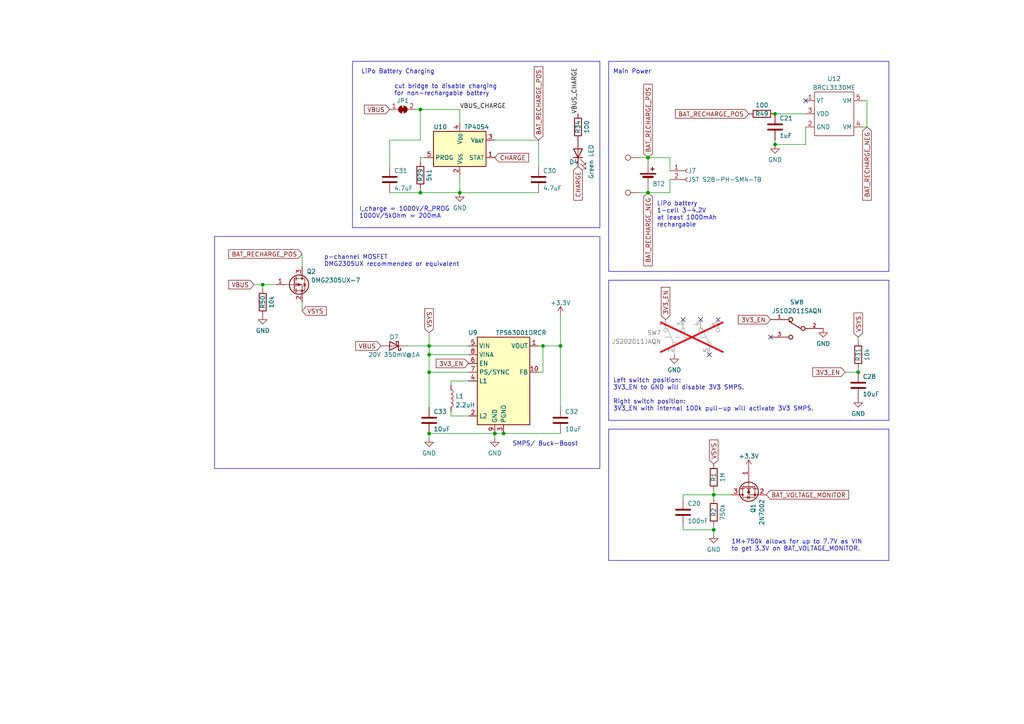
<source format=kicad_sch>
(kicad_sch (version 20230121) (generator eeschema)
  (paper "A4")
  (title_block (title "AWS IoT - Connected Product - Demo Badge 2023") (date "2023-08-22") (rev "1") (company "Amazon Web Services") (comment 1 "Thomas Kriechbaumer (thomkrie@amazon.com)") (comment 4 "https://github.com/aws-samples/aws-iot-connected-product-demo-badge"))
  (lib_symbols
    (symbol "Battery_Management:MCP73831-2-OT"
      (property "Reference" "U" (at -7.62 6.35 0))
      (property "Value" "MCP73831-2-OT" (at 1.27 6.35 0))
      (symbol "MCP73831-2-OT_0_1"
        (rectangle (start -7.62 5.08) (end 7.62 -5.08) (stroke (width 0.254)) (fill (type background)))
      )
      (symbol "MCP73831-2-OT_1_1"
        (pin output line (at 10.16 -2.54 180) (length 2.54) (name "STAT") (number "1"))
        (pin power_in line (at 0 -7.62 90) (length 2.54) (name "V_{SS}") (number "2"))
        (pin power_out line (at 10.16 2.54 180) (length 2.54) (name "V_{BAT}") (number "3"))
        (pin power_in line (at 0 7.62 270) (length 2.54) (name "V_{DD}") (number "4"))
        (pin input line (at -10.16 -2.54 0) (length 2.54) (name "PROG") (number "5"))
      )
    )
    (symbol "Connector:Conn_01x02_Socket" (pin_names (offset 1.016) hide)
      (property "Reference" "J" (at 0 2.54 0))
      (property "Value" "Conn_01x02_Socket" (at 0 -5.08 0))
      (symbol "Conn_01x02_Socket_1_1"
        (arc (start 0 -2.032) (mid -0.5058 -2.54) (end 0 -3.048) (stroke (width 0.1524)))
        (polyline (pts (xy -1.27 -2.54) (xy -0.508 -2.54)) (stroke (width 0.1524)))
        (polyline (pts (xy -1.27 0) (xy -0.508 0)) (stroke (width 0.1524)))
        (arc (start 0 0.508) (mid -0.5058 0) (end 0 -0.508) (stroke (width 0.1524)))
        (pin passive line (at -5.08 0 0) (length 3.81) (name "Pin_1") (number "1"))
        (pin passive line (at -5.08 -2.54 0) (length 3.81) (name "Pin_2") (number "2"))
      )
    )
    (symbol "Connector:TestPoint" (pin_numbers hide) (pin_names (offset 0.762) hide)
      (property "Reference" "TP" (at 0 6.858 0))
      (property "Value" "TestPoint" (at 0 5.08 0))
      (symbol "TestPoint_0_1"
        (circle (center 0 3.302) (radius 0.762))
      )
      (symbol "TestPoint_1_1"
        (pin passive line (at 0 0 90) (length 2.54) (name "1") (number "1"))
      )
    )
    (symbol "Device:Battery_Cell" (pin_numbers hide) (pin_names (offset 0) hide)
      (property "Reference" "BT" (at 2.54 2.54 0))
      (property "Value" "Battery_Cell" (at 2.54 0 0))
      (symbol "Battery_Cell_0_1"
        (rectangle (start -2.286 1.778) (end 2.286 1.524) (fill (type outline)))
        (rectangle (start -1.524 1.016) (end 1.524 0.508) (fill (type outline)))
        (polyline (pts (xy 0 0.762) (xy 0 0)))
        (polyline (pts (xy 0 1.778) (xy 0 2.54)))
        (polyline (pts (xy 0.762 3.048) (xy 1.778 3.048)) (stroke (width 0.254)))
        (polyline (pts (xy 1.27 3.556) (xy 1.27 2.54)) (stroke (width 0.254)))
      )
      (symbol "Battery_Cell_1_1"
        (pin passive line (at 0 5.08 270) (length 2.54) (name "+") (number "1"))
        (pin passive line (at 0 -2.54 90) (length 2.54) (name "-") (number "2"))
      )
    )
    (symbol "Device:C" (pin_numbers hide) (pin_names (offset 0.254))
      (property "Reference" "C" (at 0.635 2.54 0))
      (property "Value" "C" (at 0.635 -2.54 0))
      (symbol "C_0_1"
        (polyline (pts (xy -2.032 -0.762) (xy 2.032 -0.762)) (stroke (width 0.508)))
        (polyline (pts (xy -2.032 0.762) (xy 2.032 0.762)) (stroke (width 0.508)))
      )
      (symbol "C_1_1"
        (pin passive line (at 0 3.81 270) (length 2.794) (name "~") (number "1"))
        (pin passive line (at 0 -3.81 90) (length 2.794) (name "~") (number "2"))
      )
    )
    (symbol "Device:D_Schottky" (pin_numbers hide) (pin_names (offset 1.016) hide)
      (property "Reference" "D" (at 0 2.54 0))
      (property "Value" "D_Schottky" (at 0 -2.54 0))
      (symbol "D_Schottky_0_1"
        (polyline (pts (xy 1.27 0) (xy -1.27 0)))
        (polyline (pts (xy 1.27 1.27) (xy 1.27 -1.27) (xy -1.27 0) (xy 1.27 1.27)) (stroke (width 0.254)))
        (polyline (pts (xy -1.905 0.635) (xy -1.905 1.27) (xy -1.27 1.27) (xy -1.27 -1.27) (xy -0.635 -1.27) (xy -0.635 -0.635)) (stroke (width 0.254)))
      )
      (symbol "D_Schottky_1_1"
        (pin passive line (at -3.81 0 0) (length 2.54) (name "K") (number "1"))
        (pin passive line (at 3.81 0 180) (length 2.54) (name "A") (number "2"))
      )
    )
    (symbol "Device:L" (pin_numbers hide) (pin_names (offset 1.016) hide)
      (property "Reference" "L" (at -1.27 0 90))
      (property "Value" "L" (at 1.905 0 90))
      (symbol "L_0_1"
        (arc (start 0 -2.54) (mid 0.6323 -1.905) (end 0 -1.27))
        (arc (start 0 -1.27) (mid 0.6323 -0.635) (end 0 0))
        (arc (start 0 0) (mid 0.6323 0.635) (end 0 1.27))
        (arc (start 0 1.27) (mid 0.6323 1.905) (end 0 2.54))
      )
      (symbol "L_1_1"
        (pin passive line (at 0 3.81 270) (length 1.27) (name "1") (number "1"))
        (pin passive line (at 0 -3.81 90) (length 1.27) (name "2") (number "2"))
      )
    )
    (symbol "Device:LED" (pin_numbers hide) (pin_names (offset 1.016) hide)
      (property "Reference" "D" (at 0 2.54 0))
      (property "Value" "LED" (at 0 -2.54 0))
      (symbol "LED_0_1"
        (polyline (pts (xy -1.27 -1.27) (xy -1.27 1.27)) (stroke (width 0.254)))
        (polyline (pts (xy -1.27 0) (xy 1.27 0)))
        (polyline (pts (xy 1.27 -1.27) (xy 1.27 1.27) (xy -1.27 0) (xy 1.27 -1.27)) (stroke (width 0.254)))
        (polyline (pts (xy -3.048 -0.762) (xy -4.572 -2.286) (xy -3.81 -2.286) (xy -4.572 -2.286) (xy -4.572 -1.524)))
        (polyline (pts (xy -1.778 -0.762) (xy -3.302 -2.286) (xy -2.54 -2.286) (xy -3.302 -2.286) (xy -3.302 -1.524)))
      )
      (symbol "LED_1_1"
        (pin passive line (at -3.81 0 0) (length 2.54) (name "K") (number "1"))
        (pin passive line (at 3.81 0 180) (length 2.54) (name "A") (number "2"))
      )
    )
    (symbol "Device:R" (pin_numbers hide) (pin_names (offset 0))
      (property "Reference" "R" (at 2.032 0 90))
      (property "Value" "R" (at 0 0 90))
      (symbol "R_0_1"
        (rectangle (start -1.016 -2.54) (end 1.016 2.54) (stroke (width 0.254)))
      )
      (symbol "R_1_1"
        (pin passive line (at 0 3.81 270) (length 1.27) (name "~") (number "1"))
        (pin passive line (at 0 -3.81 90) (length 1.27) (name "~") (number "2"))
      )
    )
    (symbol "JS102011SAQN:JS102011SAQN" (pin_names (offset 1.016))
      (property "Reference" "S" (at -7.6229 5.0819 0))
      (property "Value" "JS102011SAQN" (at -7.6286 -5.0857 0))
      (symbol "JS102011SAQN_0_0"
        (circle (center -1.778 -2.54) (radius 0.568) (stroke (width 0.254)))
        (circle (center -1.778 2.54) (radius 0.568) (stroke (width 0.254)))
        (polyline (pts (xy 1.016 0) (xy -2.286 2.032)) (stroke (width 0.254)))
        (circle (center 1.778 0) (radius 0.568) (stroke (width 0.254)))
        (pin passive line (at -7.62 2.54 0) (length 5.08) (name "~") (number "1"))
        (pin passive line (at 7.62 0 180) (length 5.08) (name "~") (number "2"))
        (pin passive line (at -7.62 -2.54 0) (length 5.08) (name "~") (number "3"))
      )
    )
    (symbol "Jumper:SolderJumper_2_Bridged" (pin_names (offset 0) hide)
      (property "Reference" "JP" (at 0 2.032 0))
      (property "Value" "SolderJumper_2_Bridged" (at 0 -2.54 0))
      (symbol "SolderJumper_2_Bridged_0_1"
        (rectangle (start -0.508 0.508) (end 0.508 -0.508) (fill (type outline)))
        (arc (start -0.254 1.016) (mid -1.2656 0) (end -0.254 -1.016))
        (arc (start -0.254 1.016) (mid -1.2656 0) (end -0.254 -1.016) (fill (type outline)))
        (polyline (pts (xy -0.254 1.016) (xy -0.254 -1.016)))
        (polyline (pts (xy 0.254 1.016) (xy 0.254 -1.016)))
        (arc (start 0.254 -1.016) (mid 1.2656 0) (end 0.254 1.016))
        (arc (start 0.254 -1.016) (mid 1.2656 0) (end 0.254 1.016) (fill (type outline)))
      )
      (symbol "SolderJumper_2_Bridged_1_1"
        (pin passive line (at -3.81 0 0) (length 2.54) (name "A") (number "1"))
        (pin passive line (at 3.81 0 180) (length 2.54) (name "B") (number "2"))
      )
    )
    (symbol "Regulator_Switching:TPS63001"
      (property "Reference" "U" (at -7.62 13.97 0))
      (property "Value" "TPS63001" (at 5.08 13.97 0))
      (symbol "TPS63001_0_1"
        (rectangle (start -7.62 12.7) (end 7.62 -12.7) (stroke (width 0.254)) (fill (type background)))
      )
      (symbol "TPS63001_1_1"
        (pin power_out line (at 10.16 10.16 180) (length 2.54) (name "VOUT") (number "1"))
        (pin input line (at 10.16 2.54 180) (length 2.54) (name "FB") (number "10"))
        (pin passive line (at 0 -15.24 90) (length 2.54) hide (name "PGND") (number "11"))
        (pin input line (at -10.16 -10.16 0) (length 2.54) (name "L2") (number "2"))
        (pin power_in line (at 0 -15.24 90) (length 2.54) (name "PGND") (number "3"))
        (pin input line (at -10.16 0 0) (length 2.54) (name "L1") (number "4"))
        (pin power_in line (at -10.16 10.16 0) (length 2.54) (name "VIN") (number "5"))
        (pin input line (at -10.16 5.08 0) (length 2.54) (name "EN") (number "6"))
        (pin input line (at -10.16 2.54 0) (length 2.54) (name "PS/SYNC") (number "7"))
        (pin power_in line (at -10.16 7.62 0) (length 2.54) (name "VINA") (number "8"))
        (pin power_in line (at -2.54 -15.24 90) (length 2.54) (name "GND") (number "9"))
      )
    )
    (symbol "Switch:SW_Push_DPDT" (pin_names (offset 0) hide)
      (property "Reference" "SW" (at 0 8.89 0))
      (property "Value" "SW_Push_DPDT" (at 0 -10.16 0))
      (symbol "SW_Push_DPDT_0_0"
        (circle (center -2.032 -5.08) (radius 0.508))
        (circle (center -2.032 5.08) (radius 0.508))
        (circle (center 2.032 -7.62) (radius 0.508))
        (circle (center 2.032 2.54) (radius 0.508))
      )
      (symbol "SW_Push_DPDT_0_1"
        (polyline (pts (xy -1.524 -4.826) (xy 2.54 -3.048)))
        (polyline (pts (xy -1.524 5.334) (xy 2.54 7.112)))
        (polyline (pts (xy 0 -2.286) (xy 0 -4.064)))
        (polyline (pts (xy 0 -1.016) (xy 0 0)))
        (polyline (pts (xy 0 1.27) (xy 0 2.286)))
        (polyline (pts (xy 0 3.556) (xy 0 4.572)))
        (polyline (pts (xy 0 7.874) (xy 0 6.096)))
        (circle (center 2.032 -2.54) (radius 0.508))
        (circle (center 2.032 7.62) (radius 0.508))
      )
      (symbol "SW_Push_DPDT_1_1"
        (pin passive line (at 5.08 7.62 180) (length 2.54) (name "A") (number "1"))
        (pin passive line (at -5.08 5.08 0) (length 2.54) (name "B") (number "2"))
        (pin passive line (at 5.08 2.54 180) (length 2.54) (name "C") (number "3"))
        (pin passive line (at 5.08 -2.54 180) (length 2.54) (name "A") (number "4"))
        (pin passive line (at -5.08 -5.08 0) (length 2.54) (name "B") (number "5"))
        (pin passive line (at 5.08 -7.62 180) (length 2.54) (name "C") (number "6"))
      )
    )
    (symbol "Transistor_FET:2N7002" (pin_names hide)
      (property "Reference" "Q" (at 5.08 1.905 0))
      (property "Value" "2N7002" (at 5.08 0 0))
      (symbol "2N7002_0_1"
        (polyline (pts (xy 0.254 0) (xy -2.54 0)))
        (polyline (pts (xy 0.254 1.905) (xy 0.254 -1.905)) (stroke (width 0.254)))
        (polyline (pts (xy 0.762 -1.27) (xy 0.762 -2.286)) (stroke (width 0.254)))
        (polyline (pts (xy 0.762 0.508) (xy 0.762 -0.508)) (stroke (width 0.254)))
        (polyline (pts (xy 0.762 2.286) (xy 0.762 1.27)) (stroke (width 0.254)))
        (polyline (pts (xy 2.54 2.54) (xy 2.54 1.778)))
        (polyline (pts (xy 2.54 -2.54) (xy 2.54 0) (xy 0.762 0)))
        (polyline (pts (xy 0.762 -1.778) (xy 3.302 -1.778) (xy 3.302 1.778) (xy 0.762 1.778)))
        (polyline (pts (xy 1.016 0) (xy 2.032 0.381) (xy 2.032 -0.381) (xy 1.016 0)) (fill (type outline)))
        (polyline (pts (xy 2.794 0.508) (xy 2.921 0.381) (xy 3.683 0.381) (xy 3.81 0.254)))
        (polyline (pts (xy 3.302 0.381) (xy 2.921 -0.254) (xy 3.683 -0.254) (xy 3.302 0.381)))
        (circle (center 1.651 0) (radius 2.794) (stroke (width 0.254)))
        (circle (center 2.54 -1.778) (radius 0.254) (fill (type outline)))
        (circle (center 2.54 1.778) (radius 0.254) (fill (type outline)))
      )
      (symbol "2N7002_1_1"
        (pin input line (at -5.08 0 0) (length 2.54) (name "G") (number "1"))
        (pin passive line (at 2.54 -5.08 90) (length 2.54) (name "S") (number "2"))
        (pin passive line (at 2.54 5.08 270) (length 2.54) (name "D") (number "3"))
      )
    )
    (symbol "Transistor_FET:DMG2301L" (pin_names hide)
      (property "Reference" "Q" (at 5.08 1.905 0))
      (property "Value" "DMG2301L" (at 5.08 0 0))
      (symbol "DMG2301L_0_1"
        (polyline (pts (xy 0.254 0) (xy -2.54 0)))
        (polyline (pts (xy 0.254 1.905) (xy 0.254 -1.905)) (stroke (width 0.254)))
        (polyline (pts (xy 0.762 -1.27) (xy 0.762 -2.286)) (stroke (width 0.254)))
        (polyline (pts (xy 0.762 0.508) (xy 0.762 -0.508)) (stroke (width 0.254)))
        (polyline (pts (xy 0.762 2.286) (xy 0.762 1.27)) (stroke (width 0.254)))
        (polyline (pts (xy 2.54 2.54) (xy 2.54 1.778)))
        (polyline (pts (xy 2.54 -2.54) (xy 2.54 0) (xy 0.762 0)))
        (polyline (pts (xy 0.762 1.778) (xy 3.302 1.778) (xy 3.302 -1.778) (xy 0.762 -1.778)))
        (polyline (pts (xy 2.286 0) (xy 1.27 0.381) (xy 1.27 -0.381) (xy 2.286 0)) (fill (type outline)))
        (polyline (pts (xy 2.794 -0.508) (xy 2.921 -0.381) (xy 3.683 -0.381) (xy 3.81 -0.254)))
        (polyline (pts (xy 3.302 -0.381) (xy 2.921 0.254) (xy 3.683 0.254) (xy 3.302 -0.381)))
        (circle (center 1.651 0) (radius 2.794) (stroke (width 0.254)))
        (circle (center 2.54 -1.778) (radius 0.254) (fill (type outline)))
        (circle (center 2.54 1.778) (radius 0.254) (fill (type outline)))
      )
      (symbol "DMG2301L_1_1"
        (pin input line (at -5.08 0 0) (length 2.54) (name "G") (number "1"))
        (pin passive line (at 2.54 -5.08 90) (length 2.54) (name "S") (number "2"))
        (pin passive line (at 2.54 5.08 270) (length 2.54) (name "D") (number "3"))
      )
    )
    (symbol "demo-badge-2023:BRCL3130ME"
      (property "Reference" "U" (at 0 0 0))
      (property "Value" "BRCL3130ME" (at 0 0 0))
      (symbol "BRCL3130ME_0_1"
        (rectangle (start -6.35 -6.35) (end 5.08 -19.05))
      )
      (symbol "BRCL3130ME_1_1"
        (pin input line (at -8.89 -8.89 0) (length 2.54) (name "VT") (number "1"))
        (pin input line (at -8.89 -16.51 0) (length 2.54) (name "GND") (number "2"))
        (pin input line (at -8.89 -12.7 0) (length 2.54) (name "VDD") (number "3"))
        (pin input line (at 7.62 -16.51 180) (length 2.54) (name "VM") (number "4"))
        (pin input line (at 7.62 -8.89 180) (length 2.54) (name "VM") (number "5"))
      )
    )
    (symbol "power:+3.3V" (power) (pin_names (offset 0))
      (property "Value" "+3.3V" (at 0 3.556 0))
      (symbol "+3.3V_0_1"
        (polyline (pts (xy -0.762 1.27) (xy 0 2.54)))
        (polyline (pts (xy 0 0) (xy 0 2.54)))
        (polyline (pts (xy 0 2.54) (xy 0.762 1.27)))
      )
      (symbol "+3.3V_1_1"
        (pin power_in line (at 0 0 90) (length 0) hide (name "+3.3V") (number "1"))
      )
    )
    (symbol "power:GND" (power) (pin_names (offset 0))
      (property "Value" "GND" (at 0 -3.81 0))
      (symbol "GND_0_1"
        (polyline (pts (xy 0 0) (xy 0 -1.27) (xy 1.27 -1.27) (xy 0 -2.54) (xy -1.27 -1.27) (xy 0 -1.27)))
      )
      (symbol "GND_1_1"
        (pin power_in line (at 0 0 270) (length 0) hide (name "GND") (number "1"))
      )
    )
  )
  (junction (at 157.48 100.33))
  (junction (at 124.46 125.73))
  (junction (at 162.56 100.33))
  (junction (at 187.96 55.88))
  (junction (at 187.96 45.72))
  (junction (at 121.92 31.75))
  (junction (at 124.46 107.95))
  (junction (at 76.2 82.55))
  (junction (at 121.92 55.88))
  (junction (at 146.05 125.73))
  (junction (at 207.01 153.67))
  (junction (at 143.51 125.73))
  (junction (at 124.46 100.33))
  (junction (at 207.01 143.51))
  (junction (at 248.92 107.95))
  (junction (at 224.79 41.91))
  (junction (at 124.46 102.87))
  (junction (at 224.79 33.02))
  (junction (at 133.35 55.88))
  (no_connect (at 233.68 29.21))
  (no_connect (at 208.28 92.71))
  (no_connect (at 205.74 102.87))
  (no_connect (at 203.2 92.71))
  (no_connect (at 198.12 92.71))
  (no_connect (at 223.52 97.79))
  (wire (pts (xy 113.03 55.88) (xy 121.92 55.88)))
  (wire (pts (xy 187.96 45.72) (xy 194.31 45.72)))
  (wire (pts (xy 121.92 55.88) (xy 121.92 54.61)))
  (wire (pts (xy 124.46 102.87) (xy 124.46 107.95)))
  (wire (pts (xy 76.2 83.82) (xy 76.2 82.55)))
  (wire (pts (xy 130.81 111.76) (xy 130.81 110.49)))
  (wire (pts (xy 121.92 55.88) (xy 133.35 55.88)))
  (wire (pts (xy 130.81 110.49) (xy 135.89 110.49)))
  (wire (pts (xy 124.46 96.52) (xy 124.46 100.33)))
  (wire (pts (xy 113.03 48.26) (xy 113.03 40.64)))
  (wire (pts (xy 194.31 52.07) (xy 194.31 55.88)))
  (wire (pts (xy 113.03 40.64) (xy 121.92 40.64)))
  (wire (pts (xy 156.21 107.95) (xy 157.48 107.95)))
  (wire (pts (xy 157.48 100.33) (xy 162.56 100.33)))
  (wire (pts (xy 224.79 33.02) (xy 233.68 33.02)))
  (wire (pts (xy 207.01 153.67) (xy 207.01 152.4)))
  (wire (pts (xy 198.12 153.67) (xy 207.01 153.67)))
  (wire (pts (xy 245.11 107.95) (xy 248.92 107.95)))
  (wire (pts (xy 198.12 152.4) (xy 198.12 153.67)))
  (wire (pts (xy 185.42 45.72) (xy 187.96 45.72)))
  (wire (pts (xy 198.12 143.51) (xy 198.12 144.78)))
  (wire (pts (xy 156.21 100.33) (xy 157.48 100.33)))
  (wire (pts (xy 194.31 49.53) (xy 194.31 45.72)))
  (wire (pts (xy 121.92 40.64) (xy 121.92 31.75)))
  (wire (pts (xy 251.46 36.83) (xy 250.19 36.83)))
  (wire (pts (xy 87.63 73.66) (xy 87.63 77.47)))
  (wire (pts (xy 133.35 50.8) (xy 133.35 55.88)))
  (wire (pts (xy 143.51 127) (xy 143.51 125.73)))
  (wire (pts (xy 251.46 29.21) (xy 251.46 36.83)))
  (wire (pts (xy 121.92 31.75) (xy 133.35 31.75)))
  (polyline (pts (xy 257.81 81.28) (xy 176.53 81.28)))
  (wire (pts (xy 187.96 55.88) (xy 194.31 55.88)))
  (wire (pts (xy 120.65 31.75) (xy 121.92 31.75)))
  (wire (pts (xy 248.92 107.95) (xy 248.92 106.68)))
  (wire (pts (xy 124.46 107.95) (xy 124.46 118.11)))
  (wire (pts (xy 73.66 82.55) (xy 76.2 82.55)))
  (wire (pts (xy 124.46 107.95) (xy 135.89 107.95)))
  (wire (pts (xy 207.01 143.51) (xy 212.09 143.51)))
  (wire (pts (xy 248.92 97.79) (xy 248.92 99.06)))
  (wire (pts (xy 157.48 100.33) (xy 157.48 107.95)))
  (wire (pts (xy 87.63 90.17) (xy 87.63 87.63)))
  (wire (pts (xy 207.01 142.24) (xy 207.01 143.51)))
  (wire (pts (xy 124.46 125.73) (xy 143.51 125.73)))
  (wire (pts (xy 162.56 125.73) (xy 146.05 125.73)))
  (wire (pts (xy 130.81 120.65) (xy 130.81 119.38)))
  (wire (pts (xy 233.68 41.91) (xy 224.79 41.91)))
  (polyline (pts (xy 257.81 121.92) (xy 257.81 81.28)))
  (wire (pts (xy 224.79 40.64) (xy 224.79 41.91)))
  (wire (pts (xy 121.92 45.72) (xy 123.19 45.72)))
  (wire (pts (xy 156.21 55.88) (xy 133.35 55.88)))
  (wire (pts (xy 207.01 154.94) (xy 207.01 153.67)))
  (wire (pts (xy 143.51 125.73) (xy 146.05 125.73)))
  (wire (pts (xy 162.56 118.11) (xy 162.56 100.33)))
  (wire (pts (xy 135.89 120.65) (xy 130.81 120.65)))
  (wire (pts (xy 187.96 54.61) (xy 187.96 55.88)))
  (wire (pts (xy 198.12 143.51) (xy 207.01 143.51)))
  (wire (pts (xy 121.92 45.72) (xy 121.92 46.99)))
  (wire (pts (xy 162.56 91.44) (xy 162.56 100.33)))
  (polyline (pts (xy 176.53 81.28) (xy 176.53 121.92)))
  (wire (pts (xy 124.46 102.87) (xy 135.89 102.87)))
  (wire (pts (xy 124.46 127) (xy 124.46 125.73)))
  (wire (pts (xy 156.21 48.26) (xy 156.21 40.64)))
  (wire (pts (xy 250.19 29.21) (xy 251.46 29.21)))
  (wire (pts (xy 207.01 143.51) (xy 207.01 144.78)))
  (wire (pts (xy 133.35 31.75) (xy 133.35 35.56)))
  (wire (pts (xy 124.46 100.33) (xy 124.46 102.87)))
  (wire (pts (xy 118.11 100.33) (xy 124.46 100.33)))
  (wire (pts (xy 124.46 100.33) (xy 135.89 100.33)))
  (wire (pts (xy 187.96 45.72) (xy 187.96 46.99)))
  (polyline (pts (xy 176.53 121.92) (xy 257.81 121.92)))
  (wire (pts (xy 156.21 40.64) (xy 143.51 40.64)))
  (wire (pts (xy 185.42 55.88) (xy 187.96 55.88)))
  (wire (pts (xy 76.2 82.55) (xy 80.01 82.55)))
  (wire (pts (xy 233.68 36.83) (xy 233.68 41.91)))
  (rectangle (start 62.23 68.58) (end 173.99 135.89))
  (rectangle (start 176.53 124.46) (end 257.81 162.56))
  (rectangle (start 102.235 17.78) (end 173.99 66.04))
  (rectangle (start 176.53 17.78) (end 257.81 78.74))
  (text "1M+750k allows for up to 7.7V as VIN\nto get 3.3V on BAT_VOLTAGE_MONITOR." (at 212.09 160.02 0) (effects (font (size 1.27 1.27)) (justify left bottom)))
  (text "LiPo battery\n1-cell 3-4.2V\nat least 1000mAh\nrechargable" (at 190.5 66.04 0) (effects (font (size 1.27 1.27)) (justify left bottom)))
  (text "I_charge = 1000V/R_PROG\n1000V/5kOhm = 200mA" (at 104.14 63.5 0) (effects (font (size 1.27 1.27)) (justify left bottom)))
  (text "LiPo Battery Charging" (at 104.775 21.59 0) (effects (font (size 1.27 1.27)) (justify left bottom)))
  (text "Left switch position:\n3V3_EN to GND will disable 3V3 SMPS.\n\nRight switch position:\n3V3_EN with internal 100k pull-up will activate 3V3 SMPS." (at 177.8 119.38 0) (effects (font (size 1.27 1.27)) (justify left bottom)))
  (text "p-channel MOSFET\nDMG2305UX recommended or equivalent" (at 93.98 77.47 0) (effects (font (size 1.27 1.27)) (justify left bottom)))
  (text "cut bridge to disable charging\nfor non-rechargable battery" (at 114.3 27.94 0) (effects (font (size 1.27 1.27)) (justify left bottom)))
  (text "Main Power" (at 177.8 21.59 0) (effects (font (size 1.27 1.27)) (justify left bottom)))
  (text "SMPS/ Buck-Boost" (at 148.59 129.54 0) (effects (font (size 1.27 1.27)) (justify left bottom)))
  (label "VBUS_CHARGE" (at 167.64 33.02 90))
  (label "VBUS_CHARGE" (at 133.35 31.75 0))
  (global_label "VSYS" (shape input) (at 124.46 96.52 90) (property "Intersheetrefs" "${INTERSHEET_REFS}" (effects hide)))
  (global_label "BAT_RECHARGE_NEG" (shape input) (at 251.46 36.83 270) (property "Intersheetrefs" "${INTERSHEET_REFS}" (effects hide)))
  (global_label "BAT_VOLTAGE_MONITOR" (shape input) (at 222.25 143.51 0) (property "Intersheetrefs" "${INTERSHEET_REFS}" (effects hide)))
  (global_label "VBUS" (shape input) (at 73.66 82.55 180) (property "Intersheetrefs" "${INTERSHEET_REFS}" (effects hide)))
  (global_label "VBUS" (shape input) (at 113.03 31.75 180) (property "Intersheetrefs" "${INTERSHEET_REFS}" (effects hide)))
  (global_label "BAT_RECHARGE_POS" (shape input) (at 187.96 45.72 90) (property "Intersheetrefs" "${INTERSHEET_REFS}" (effects hide)))
  (global_label "BAT_RECHARGE_POS" (shape input) (at 156.21 40.64 90) (property "Intersheetrefs" "${INTERSHEET_REFS}" (effects hide)))
  (global_label "VSYS" (shape input) (at 248.92 97.79 90) (property "Intersheetrefs" "${INTERSHEET_REFS}" (effects hide)))
  (global_label "3V3_EN" (shape input) (at 193.04 92.71 90) (property "Intersheetrefs" "${INTERSHEET_REFS}" (effects hide)))
  (global_label "BAT_RECHARGE_POS" (shape input) (at 217.17 33.02 180) (property "Intersheetrefs" "${INTERSHEET_REFS}" (effects hide)))
  (global_label "VSYS" (shape input) (at 87.63 90.17 0) (property "Intersheetrefs" "${INTERSHEET_REFS}" (effects hide)))
  (global_label "CHARGE" (shape input) (at 167.64 48.26 270) (property "Intersheetrefs" "${INTERSHEET_REFS}" (effects hide)))
  (global_label "3V3_EN" (shape input) (at 223.52 92.71 180) (property "Intersheetrefs" "${INTERSHEET_REFS}" (effects hide)))
  (global_label "3V3_EN" (shape input) (at 245.11 107.95 180) (property "Intersheetrefs" "${INTERSHEET_REFS}" (effects hide)))
  (global_label "CHARGE" (shape input) (at 143.51 45.72 0) (property "Intersheetrefs" "${INTERSHEET_REFS}" (effects hide)))
  (global_label "VSYS" (shape input) (at 207.01 134.62 90) (property "Intersheetrefs" "${INTERSHEET_REFS}" (effects hide)))
  (global_label "3V3_EN" (shape input) (at 135.89 105.41 180) (property "Intersheetrefs" "${INTERSHEET_REFS}" (effects hide)))
  (global_label "VBUS" (shape input) (at 110.49 100.33 180) (property "Intersheetrefs" "${INTERSHEET_REFS}" (effects hide)))
  (global_label "BAT_RECHARGE_POS" (shape input) (at 87.63 73.66 180) (property "Intersheetrefs" "${INTERSHEET_REFS}" (effects hide)))
  (global_label "BAT_RECHARGE_NEG" (shape input) (at 187.96 55.88 270) (property "Intersheetrefs" "${INTERSHEET_REFS}" (effects hide)))
  (symbol (lib_id "power:GND") (at 124.46 127 0) (unit 1)
    (property "Reference" "#PWR016" (effects hide))
    (property "Value" "GND" (at 124.46 131.4434 0))
  )
  (symbol (lib_id "Device:LED") (at 167.64 44.45 90) (unit 1)
    (property "Reference" "D4" (at 165.1 46.99 90) (effects (justify right)))
    (property "Value" "Green LED" (at 171.45 41.91 0) (effects (justify right)))
    (property "Footprint" "LED_SMD:LED_0603_1608Metric" (effects hide))
    (property "LCSC Part #" "C72043" (effects hide))
    (property "Detail" "0603" (effects hide))
    (instances (project "demo-badge-2023" (path "" (reference "D4") (unit 1)) (path "" (reference "D6") (unit 1)) (path "" (reference "D6") (unit 1))))
  )
  (symbol (lib_id "power:GND") (at 248.92 115.57 0) (unit 1)
    (property "Reference" "#PWR065" (effects hide))
    (property "Value" "GND" (at 248.92 120.0134 0))
    (instances (project "demo-badge-2023" (path "" (reference "#PWR065") (unit 1)) (path "" (reference "#PWR043") (unit 1))))
  )
  (symbol (lib_id "power:GND") (at 76.2 91.44 0) (unit 1)
    (property "Reference" "#PWR072" (effects hide))
    (property "Value" "GND" (at 76.2 95.8834 0))
    (instances (project "demo-badge-2023" (path "" (reference "#PWR072") (unit 1)) (path "" (reference "#PWR012") (unit 1))))
  )
  (symbol (lib_id "Device:R") (at 167.64 36.83 180) (unit 1)
    (property "Reference" "R34" (at 167.64 36.83 90))
    (property "Value" "100" (at 170.18 36.83 90))
    (property "Footprint" "Resistor_SMD:R_0603_1608Metric" (effects hide))
    (property "LCSC Part #" "C103204" (effects hide))
    (property "Detail" "0603 100mW 1%" (effects hide))
    (instances (project "demo-badge-2023" (path "" (reference "R34") (unit 1)) (path "" (reference "R16") (unit 1)) (path "" (reference "R34") (unit 1))))
  )
  (symbol (lib_id "Device:Battery_Cell") (at 187.96 52.07 0) (unit 1) (in_bom no) (on_board no)
    (property "Reference" "BT2" (at 189.23 53.34 0) (effects (justify left)))
    (property "Value" "Li-Ion/LiPo 3.7V" (effects hide))
  )
  (symbol (lib_id "Connector:TestPoint") (at 185.42 55.88 90) (unit 1)
    (property "Reference" "TP3" (effects hide))
    (property "Value" "TestPoint" (effects hide))
    (property "Footprint" "TestPoint:TestPoint_Pad_D2.5mm" (effects hide))
    (instances (project "demo-badge-2023" (path "" (reference "TP3") (unit 1)) (path "" (reference "TP7") (unit 1)) (path "" (reference "TP7") (unit 1))))
  )
  (symbol (lib_id "power:GND") (at 143.51 127 0) (unit 1)
    (property "Reference" "#PWR062" (effects hide))
    (property "Value" "GND" (at 143.51 131.4434 0))
    (instances (project "demo-badge-2023" (path "" (reference "#PWR062") (unit 1)) (path "" (reference "#PWR032") (unit 1))))
  )
  (symbol (lib_id "Device:C") (at 248.92 111.76 180) (unit 1)
    (property "Reference" "C28" (at 250.19 109.22 0) (effects (justify right)))
    (property "Value" "10uF" (at 250.19 114.3 0) (effects (justify right)))
    (property "Footprint" "Capacitor_SMD:C_0603_1608Metric" (effects hide))
    (property "LCSC Part #" "C19702" (effects hide))
    (property "Detail" "0603 MLCC" (effects hide))
  )
  (symbol (lib_id "Connector:TestPoint") (at 185.42 45.72 90) (unit 1)
    (property "Reference" "TP3" (effects hide))
    (property "Value" "TestPoint" (effects hide))
    (property "Footprint" "TestPoint:TestPoint_Pad_D2.5mm" (effects hide))
    (instances (project "demo-badge-2023" (path "" (reference "TP3") (unit 1)) (path "" (reference "TP6") (unit 1)) (path "" (reference "TP6") (unit 1))))
  )
  (symbol (lib_id "JS102011SAQN:JS102011SAQN") (at 231.14 95.25 0) (unit 1)
    (property "Reference" "SW8" (at 231.14 87.63 0))
    (property "Value" "JS102011SAQN" (at 231.14 90.17 0))
    (property "Footprint" "JS102011SAQN:JS102011SAQN" (effects hide))
    (property "Datasheet" "https://www.ckswitches.com/media/1422/js.pdf" (effects hide))
    (property "MANUFACTURER" "C&K" (effects hide))
    (property "LCSC Part #" "C221660" (effects hide))
  )
  (symbol (lib_id "Device:D_Schottky") (at 114.3 100.33 180) (unit 1)
    (property "Reference" "D7" (at 114.3 97.79 0))
    (property "Value" "20V 350mV@1A" (at 114.3 102.87 0))
    (property "Footprint" "Diode_SMD:D_SOD-123F" (effects hide))
    (property "LCSC Part #" "C223608" (effects hide))
    (property "Alternative For" "C123070" (effects hide))
    (property "Detail" "SOD-123F" (effects hide))
  )
  (symbol (lib_id "Device:R") (at 207.01 138.43 0) (unit 1)
    (property "Reference" "R1" (at 207.01 138.43 90))
    (property "Value" "1M" (at 209.55 138.43 90))
    (property "Footprint" "Resistor_SMD:R_0603_1608Metric" (effects hide))
    (property "LCSC Part #" "C163869" (effects hide))
    (property "Detail" "0603 100mW 1%" (effects hide))
  )
  (symbol (lib_id "Connector:Conn_01x02_Socket") (at 199.39 49.53 0) (unit 1)
    (property "Reference" "J7" (at 201.93 49.53 0) (effects (justify right)))
    (property "Value" "JST S2B-PH-SM4-TB" (at 220.98 52.07 0) (effects (justify right)))
    (property "Footprint" "Connector_JST:JST_PH_S2B-PH-SM4-TB_1x02-1MP_P2.00mm_Horizontal" (effects hide))
    (property "LCSC Part #" "C295747" (effects hide))
  )
  (symbol (lib_id "Jumper:SolderJumper_2_Bridged") (at 116.84 31.75 0) (unit 1)
    (property "Reference" "JP1" (at 116.84 29.21 0))
    (property "Value" "SolderJumper_2_Bridged" (effects hide))
    (property "Footprint" "Jumper:SolderJumper-2_P1.3mm_Bridged_RoundedPad1.0x1.5mm" (effects hide))
  )
  (symbol (lib_id "Battery_Management:MCP73831-2-OT") (at 133.35 43.18 0) (unit 1)
    (property "Reference" "U10" (at 125.73 36.83 0) (effects (justify left)))
    (property "Value" "TP4054" (at 134.62 36.83 0) (effects (justify left)))
    (property "Footprint" "Package_TO_SOT_SMD:SOT-23-5" (effects hide))
    (property "Datasheet" "https://datasheetspdf.com/pdf-file/1090540/NanJingTopPower/TP4054/1" (effects hide))
    (property "LCSC Part #" "C668215" (effects hide))
  )
  (symbol (lib_id "Device:C") (at 113.03 52.07 180) (unit 1)
    (property "Reference" "C31" (at 114.3 49.53 0) (effects (justify right)))
    (property "Value" "4.7uF" (at 114.3 54.61 0) (effects (justify right)))
    (property "Footprint" "Capacitor_SMD:C_0603_1608Metric" (effects hide))
    (property "LCSC Part #" "C19666" (effects hide))
    (property "Detail" "0603 MLCC" (effects hide))
  )
  (symbol (lib_id "power:GND") (at 195.58 102.87 0) (unit 1)
    (property "Reference" "#PWR021" (effects hide))
    (property "Value" "GND" (at 195.58 107.3134 0))
    (instances (project "demo-badge-2023" (path "" (reference "#PWR021") (unit 1)) (path "" (reference "#PWR037") (unit 1))))
  )
  (symbol (lib_id "Device:C") (at 162.56 121.92 180) (unit 1)
    (property "Reference" "C32" (at 163.83 119.38 0) (effects (justify right)))
    (property "Value" "10uF" (at 163.83 124.46 0) (effects (justify right)))
    (property "Footprint" "Capacitor_SMD:C_0603_1608Metric" (effects hide))
    (property "LCSC Part #" "C19702" (effects hide))
    (property "Detail" "0603 MLCC" (effects hide))
  )
  (symbol (lib_id "Device:R") (at 207.01 148.59 0) (unit 1)
    (property "Reference" "R2" (at 207.01 148.59 90))
    (property "Value" "750k" (at 209.55 148.59 90))
    (property "Footprint" "Resistor_SMD:R_0603_1608Metric" (effects hide))
    (property "LCSC Part #" "C103809" (effects hide))
    (property "Detail" "0603 100mW 1%" (effects hide))
  )
  (symbol (lib_id "Device:C") (at 224.79 36.83 180) (unit 1)
    (property "Reference" "C21" (at 226.06 34.29 0) (effects (justify right)))
    (property "Value" "1uF" (at 226.06 39.37 0) (effects (justify right)))
    (property "Footprint" "Capacitor_SMD:C_0603_1608Metric" (effects hide))
    (property "LCSC Part #" "C15849" (effects hide))
    (property "Detail" "0603 MLCC" (effects hide))
  )
  (symbol (lib_id "Switch:SW_Push_DPDT") (at 200.66 97.79 90) (unit 1) (in_bom no) (dnp yes)
    (property "Reference" "SW7" (at 191.77 96.5199 90) (effects (justify left)))
    (property "Value" "JS202011JAQN" (at 191.77 99.06 90) (effects (justify left)))
    (property "Footprint" "JS202011JAQN:JS202011JAQN" (effects hide))
    (property "Datasheet" "https://www.ckswitches.com/media/1422/js.pdf" (effects hide))
    (property "LCSC Part #" "C221664" (effects hide))
  )
  (symbol (lib_id "Device:L") (at 130.81 115.57 0) (unit 1)
    (property "Reference" "L1" (at 132.08 114.935 0) (effects (justify left)))
    (property "Value" "2.2uH" (at 132.08 117.475 0) (effects (justify left)))
    (property "Footprint" "Inductor_SMD:L_Changjiang_FNR3015S" (effects hide))
    (property "LCSC Part #" "C167747" (effects hide))
  )
  (symbol (lib_id "Device:R") (at 248.92 102.87 0) (unit 1)
    (property "Reference" "R31" (at 248.92 102.87 90))
    (property "Value" "10k" (at 251.46 102.87 90))
    (property "Footprint" "Resistor_SMD:R_0603_1608Metric" (effects hide))
    (property "LCSC Part #" "C25804" (effects hide))
    (property "Detail" "0603 100mW 1%" (effects hide))
  )
  (symbol (lib_id "Transistor_FET:DMG2301L") (at 85.09 82.55 0) (unit 1)
    (property "Reference" "Q2" (at 88.9 78.74 0) (effects (justify left)))
    (property "Value" "DMG2305UX-7" (at 90.17 81.28 0) (effects (justify left)))
    (property "Footprint" "Package_TO_SOT_SMD:SOT-23" (effects hide))
    (property "Datasheet" "https://www.diodes.com/assets/Datasheets/DMG2301L.pdf" (effects hide))
    (property "LCSC Part #" "C150470" (effects hide))
    (property "Detail" "SOT-23" (effects hide))
  )
  (symbol (lib_id "Device:R") (at 76.2 87.63 0) (unit 1)
    (property "Reference" "R50" (at 76.2 87.63 90))
    (property "Value" "10k" (at 78.74 87.63 90))
    (property "Footprint" "Resistor_SMD:R_0603_1608Metric" (effects hide))
    (property "LCSC Part #" "C25804" (effects hide))
    (property "Detail" "0603 100mW 1%" (effects hide))
  )
  (symbol (lib_id "power:GND") (at 207.01 154.94 0) (unit 1)
    (property "Reference" "#PWR063" (effects hide))
    (property "Value" "GND" (at 207.01 159.3834 0))
    (instances (project "demo-badge-2023" (path "" (reference "#PWR063") (unit 1)) (path "" (reference "#PWR039") (unit 1))))
  )
  (symbol (lib_id "Device:C") (at 124.46 121.92 180) (unit 1)
    (property "Reference" "C33" (at 125.73 119.38 0) (effects (justify right)))
    (property "Value" "10uF" (at 125.73 124.46 0) (effects (justify right)))
    (property "Footprint" "Capacitor_SMD:C_0603_1608Metric" (effects hide))
    (property "LCSC Part #" "C19702" (effects hide))
    (property "Detail" "0603 MLCC" (effects hide))
  )
  (symbol (lib_id "Device:C") (at 198.12 148.59 180) (unit 1)
    (property "Reference" "C20" (at 199.39 146.05 0) (effects (justify right)))
    (property "Value" "100nF" (at 199.39 151.13 0) (effects (justify right)))
    (property "Footprint" "Capacitor_SMD:C_0603_1608Metric" (effects hide))
    (property "LCSC Part #" "C14663" (effects hide))
    (property "Detail" "0603 MLCC" (effects hide))
  )
  (symbol (lib_id "Transistor_FET:2N7002") (at 217.17 140.97 90) (mirror x) (unit 1)
    (property "Reference" "Q1" (at 218.44 146.05 0) (effects (justify left)))
    (property "Value" "2N7002" (at 220.98 144.78 0) (effects (justify left)))
    (property "Footprint" "Package_TO_SOT_SMD:SOT-23" (effects hide))
    (property "Datasheet" "https://www.onsemi.com/pub/Collateral/NDS7002A-D.PDF" (effects hide))
    (property "LCSC Part #" "C8545" (effects hide))
    (property "Detail" "SOT-23" (effects hide))
    (instances (project "demo-badge-2023" (path "" (reference "Q1") (unit 1)) (path "" (reference "Q3") (unit 1)) (path "" (reference "Q1") (unit 1))))
  )
  (symbol (lib_id "power:+3.3V") (at 217.17 135.89 0) (unit 1)
    (property "Reference" "#PWR068" (effects hide))
    (property "Value" "+3.3V" (at 217.17 132.3142 0))
    (instances (project "demo-badge-2023" (path "" (reference "#PWR068") (unit 1)) (path "" (reference "#PWR040") (unit 1))))
  )
  (symbol (lib_id "power:GND") (at 224.79 41.91 0) (unit 1)
    (property "Reference" "#PWR060" (effects hide))
    (property "Value" "GND" (at 224.79 46.3534 0))
    (instances (project "demo-badge-2023" (path "" (reference "#PWR060") (unit 1)) (path "" (reference "#PWR041") (unit 1))))
  )
  (symbol (lib_id "Device:C") (at 156.21 52.07 180) (unit 1)
    (property "Reference" "C30" (at 157.48 49.53 0) (effects (justify right)))
    (property "Value" "4.7uF" (at 157.48 54.61 0) (effects (justify right)))
    (property "Footprint" "Capacitor_SMD:C_0603_1608Metric" (effects hide))
    (property "LCSC Part #" "C19666" (effects hide))
    (property "Detail" "0603 MLCC" (effects hide))
  )
  (symbol (lib_id "Device:R") (at 121.92 50.8 0) (unit 1)
    (property "Reference" "R29" (at 121.92 50.8 90))
    (property "Value" "5k1" (at 124.46 50.8 90))
    (property "Footprint" "Resistor_SMD:R_0603_1608Metric" (effects hide))
    (property "LCSC Part #" "C3013567" (effects hide))
    (property "Detail" "0603 100mW 1%" (effects hide))
  )
  (symbol (lib_id "power:GND") (at 133.35 55.88 0) (unit 1)
    (property "Reference" "#PWR061" (effects hide))
    (property "Value" "GND" (at 133.35 60.3234 0))
    (instances (project "demo-badge-2023" (path "" (reference "#PWR061") (unit 1)) (path "" (reference "#PWR021") (unit 1))))
  )
  (symbol (lib_id "demo-badge-2023:BRCL3130ME") (at 242.57 20.32 0) (unit 1)
    (property "Reference" "U12" (at 241.935 22.86 0))
    (property "Value" "BRCL3130ME" (at 241.935 25.4 0))
    (property "Footprint" "Package_TO_SOT_SMD:SOT-23-5" (effects hide))
    (property "Datasheet" "https://datasheet.lcsc.com/lcsc/1811141355_Foshan-Blue-Rocket-Elec-BRCL3130ME_C328560.pdf" (effects hide))
    (property "LCSC Part #" "C328560" (effects hide))
  )
  (symbol (lib_id "power:GND") (at 238.76 95.25 0) (unit 1)
    (property "Reference" "#PWR075" (effects hide))
    (property "Value" "GND" (at 238.76 99.6934 0))
    (instances (project "demo-badge-2023" (path "" (reference "#PWR075") (unit 1)) (path "" (reference "#PWR042") (unit 1))))
  )
  (symbol (lib_id "power:+3.3V") (at 162.56 91.44 0) (unit 1)
    (property "Reference" "#PWR064" (effects hide))
    (property "Value" "+3.3V" (at 162.56 87.8642 0))
    (instances (project "demo-badge-2023" (path "" (reference "#PWR064") (unit 1)) (path "" (reference "#PWR035") (unit 1))))
  )
  (symbol (lib_id "Device:R") (at 220.98 33.02 90) (unit 1)
    (property "Reference" "R49" (at 220.98 33.02 90))
    (property "Value" "100" (at 220.98 30.48 90))
    (property "Footprint" "Resistor_SMD:R_0603_1608Metric" (effects hide))
    (property "LCSC Part #" "C103204" (effects hide))
    (property "Detail" "0603 100mW 1%" (effects hide))
  )
  (symbol (lib_id "Regulator_Switching:TPS63001") (at 146.05 110.49 0) (unit 1)
    (property "Reference" "U9" (at 137.16 96.52 0))
    (property "Value" "TPS63001DRCR" (at 151.13 96.52 0))
    (property "Footprint" "Package_SON:Texas_DRC0010J" (effects hide))
    (property "Datasheet" "http://www.ti.com/lit/ds/symlink/tps63000.pdf" (effects hide))
    (property "LCSC Part #" "C28060" (effects hide))
  )
)
</source>
